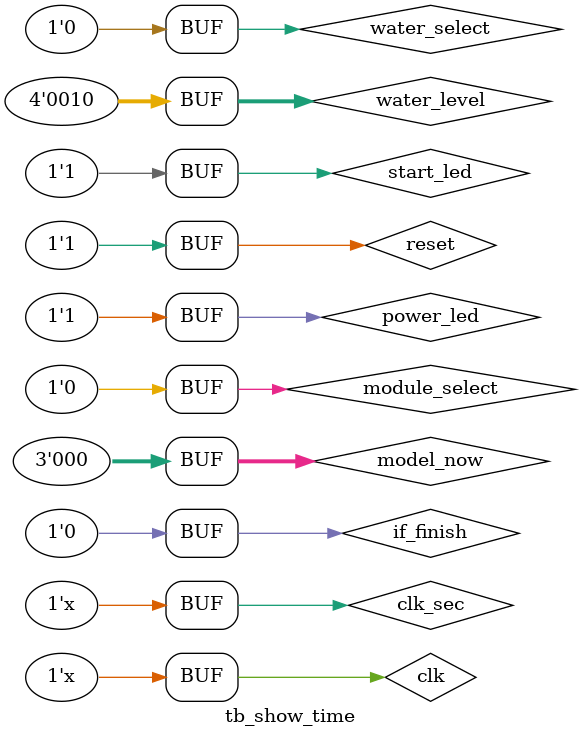
<source format=v>
`timescale 1ns / 1ps


module tb_show_time();
reg reset,clk,clk_sec,power_led,module_select,water_select,start_led,if_finish;
    reg [2:0]model_now;
    reg [3:0] water_level;
    wire [5:0]time_now;
    wire [5:0]time_all;   
    Show_time T1(reset,clk,clk_sec,power_led,module_select,water_select,model_now,start_led,if_finish,water_level,time_now,time_all);
  
   always  begin
           #(5) clk <= ~clk;
           clk_sec<=~clk_sec;
   end    
    initial begin
        clk<=0;
        clk_sec<=0;
      reset <= 0;
      start_led<=0;
      power_led<=0;
      water_select <= 0;
      module_select <= 0;
      water_level<=2;
      if_finish<=0;
      model_now<=0;
      #(5)  reset<=1;
            power_led<=1;
       #(5)   start_led<=1;
    end
   
endmodule

</source>
